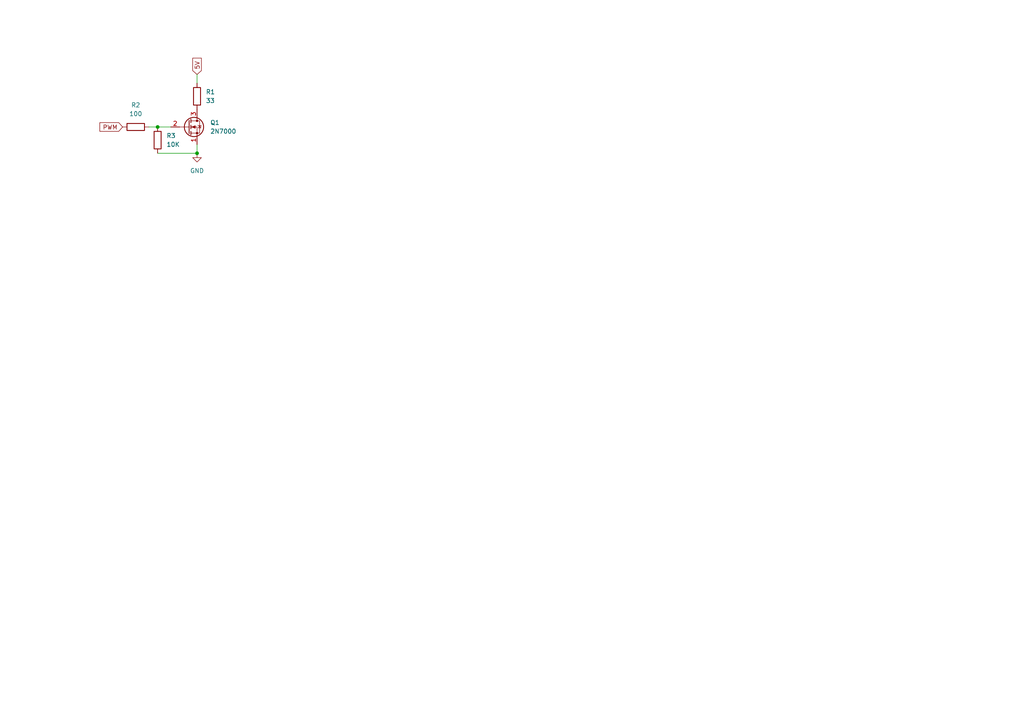
<source format=kicad_sch>
(kicad_sch (version 20211123) (generator eeschema)
  (paper "A4")
  (lib_symbols
    (symbol "Device:R" (pin_numbers hide) (pin_names (offset 0))
      (property "Reference" "R" (at 2.032 0 90))
      (property "Value" "R" (at 0 0 90))
      (symbol "R_0_1"
        (rectangle (start -1.016 -2.54) (end 1.016 2.54) (stroke (width 0.254)))
      )
      (symbol "R_1_1"
        (pin passive line (at 0 3.81 270) (length 1.27) (name "~") (number "1"))
        (pin passive line (at 0 -3.81 90) (length 1.27) (name "~") (number "2"))
      )
    )
    (symbol "Transistor_FET:2N7000" (pin_names hide)
      (property "Reference" "Q" (at 5.08 1.905 0))
      (property "Value" "2N7000" (at 5.08 0 0))
      (symbol "2N7000_0_1"
        (polyline (pts (xy 0.254 0) (xy -2.54 0)))
        (polyline (pts (xy 0.254 1.905) (xy 0.254 -1.905)) (stroke (width 0.254)))
        (polyline (pts (xy 0.762 -1.27) (xy 0.762 -2.286)) (stroke (width 0.254)))
        (polyline (pts (xy 0.762 0.508) (xy 0.762 -0.508)) (stroke (width 0.254)))
        (polyline (pts (xy 0.762 2.286) (xy 0.762 1.27)) (stroke (width 0.254)))
        (polyline (pts (xy 2.54 2.54) (xy 2.54 1.778)))
        (polyline (pts (xy 2.54 -2.54) (xy 2.54 0) (xy 0.762 0)))
        (polyline (pts (xy 0.762 -1.778) (xy 3.302 -1.778) (xy 3.302 1.778) (xy 0.762 1.778)))
        (polyline (pts (xy 1.016 0) (xy 2.032 0.381) (xy 2.032 -0.381) (xy 1.016 0)) (fill (type outline)))
        (polyline (pts (xy 2.794 0.508) (xy 2.921 0.381) (xy 3.683 0.381) (xy 3.81 0.254)))
        (polyline (pts (xy 3.302 0.381) (xy 2.921 -0.254) (xy 3.683 -0.254) (xy 3.302 0.381)))
        (circle (center 1.651 0) (radius 2.794) (stroke (width 0.254)))
        (circle (center 2.54 -1.778) (radius 0.254) (fill (type outline)))
        (circle (center 2.54 1.778) (radius 0.254) (fill (type outline)))
      )
      (symbol "2N7000_1_1"
        (pin passive line (at 2.54 -5.08 90) (length 2.54) (name "S") (number "1"))
        (pin input line (at -5.08 0 0) (length 2.54) (name "G") (number "2"))
        (pin passive line (at 2.54 5.08 270) (length 2.54) (name "D") (number "3"))
      )
    )
    (symbol "power:GND" (power) (pin_names (offset 0))
      (property "Value" "GND" (at 0 -3.81 0))
      (symbol "GND_0_1"
        (polyline (pts (xy 0 0) (xy 0 -1.27) (xy 1.27 -1.27) (xy 0 -2.54) (xy -1.27 -1.27) (xy 0 -1.27)))
      )
      (symbol "GND_1_1"
        (pin power_in line (at 0 0 270) (length 0) hide (name "GND") (number "1"))
      )
    )
  )
  (junction (at 57.15 44.45))
  (junction (at 45.72 36.83))
  (wire (pts (xy 45.72 36.83) (xy 49.53 36.83)))
  (wire (pts (xy 45.72 44.45) (xy 57.15 44.45)))
  (wire (pts (xy 57.15 21.59) (xy 57.15 24.13)))
  (wire (pts (xy 57.15 41.91) (xy 57.15 44.45)))
  (wire (pts (xy 43.18 36.83) (xy 45.72 36.83)))
  (global_label "PWM" (shape input) (at 35.56 36.83 180) (property "Intersheet References" "${INTERSHEET_REFS}" (effects hide)))
  (global_label "5V" (shape input) (at 57.15 21.59 90) (property "Intersheet References" "${INTERSHEET_REFS}" (effects hide)))
  (symbol (lib_id "Device:R") (at 39.37 36.83 90) (unit 1)
    (property "Reference" "R2" (at 39.37 30.48 90))
    (property "Value" "100" (at 39.37 33.02 90))
  )
  (symbol (lib_id "power:GND") (at 57.15 44.45 0) (unit 1)
    (property "Reference" "#PWR?" (effects hide))
    (property "Value" "GND" (at 57.15 49.53 0))
  )
  (symbol (lib_id "Device:R") (at 45.72 40.64 0) (unit 1)
    (property "Reference" "R3" (at 48.26 39.3699 0) (effects (justify left)))
    (property "Value" "10K" (at 48.26 41.9099 0) (effects (justify left)))
  )
  (symbol (lib_id "Device:R") (at 57.15 27.94 0) (unit 1)
    (property "Reference" "R1" (at 59.69 26.6699 0) (effects (justify left)))
    (property "Value" "33" (at 59.69 29.2099 0) (effects (justify left)))
  )
  (symbol (lib_id "Transistor_FET:2N7000") (at 54.61 36.83 0) (unit 1)
    (property "Reference" "Q1" (at 60.96 35.5599 0) (effects (justify left)))
    (property "Value" "2N7000" (at 60.96 38.0999 0) (effects (justify left)))
    (property "Footprint" "Package_TO_SOT_THT:TO-92_Inline" (effects hide))
    (property "Datasheet" "https://www.vishay.com/docs/70226/70226.pdf" (effects hide))
  )
)
</source>
